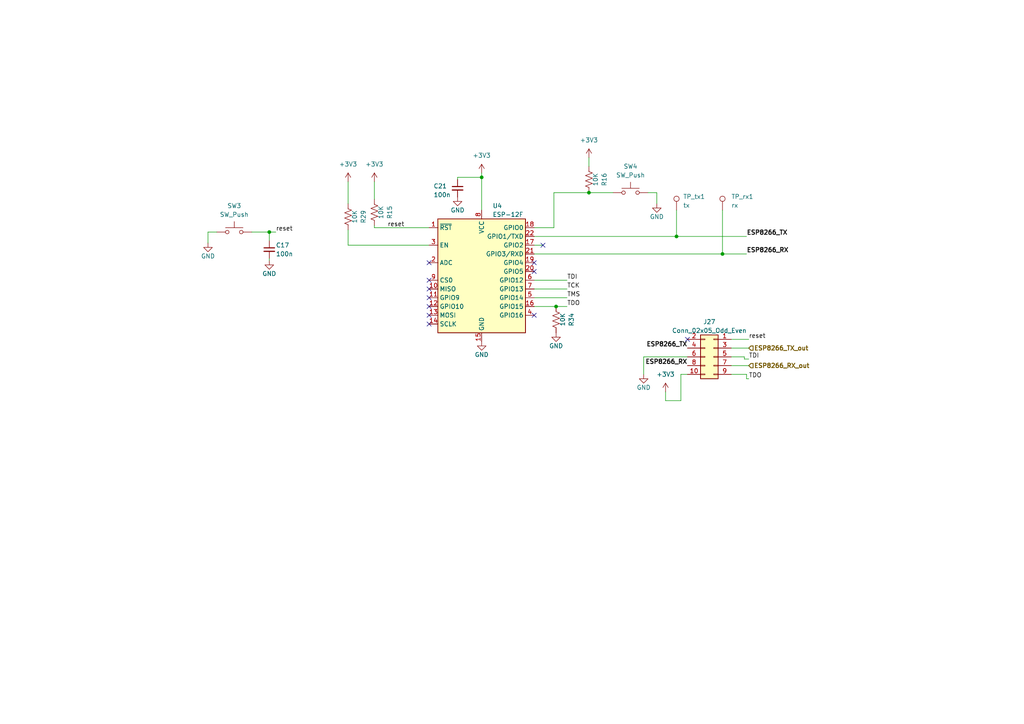
<source format=kicad_sch>
(kicad_sch (version 20230121) (generator eeschema)
  (paper "A4")
  (lib_symbols
    (symbol "Connector:TestPoint" (pin_numbers hide) (pin_names (offset 0.762) hide)
      (property "Reference" "TP" (at 0 6.858 0))
      (property "Value" "TestPoint" (at 0 5.08 0))
      (symbol "TestPoint_0_1"
        (circle (center 0 3.302) (radius 0.762))
      )
      (symbol "TestPoint_1_1"
        (pin passive line (at 0 0 90) (length 2.54) (name "1") (number "1"))
      )
    )
    (symbol "Connector_Generic:Conn_02x05_Odd_Even" (pin_names (offset 1.016) hide)
      (property "Reference" "J" (at 1.27 7.62 0))
      (property "Value" "Conn_02x05_Odd_Even" (at 1.27 -7.62 0))
      (symbol "Conn_02x05_Odd_Even_1_1"
        (rectangle (start -1.27 -4.953) (end 0 -5.207) (stroke (width 0.1524)))
        (rectangle (start -1.27 -2.413) (end 0 -2.667) (stroke (width 0.1524)))
        (rectangle (start -1.27 0.127) (end 0 -0.127) (stroke (width 0.1524)))
        (rectangle (start -1.27 2.667) (end 0 2.413) (stroke (width 0.1524)))
        (rectangle (start -1.27 5.207) (end 0 4.953) (stroke (width 0.1524)))
        (rectangle (start -1.27 6.35) (end 3.81 -6.35) (stroke (width 0.254)) (fill (type background)))
        (rectangle (start 3.81 -4.953) (end 2.54 -5.207) (stroke (width 0.1524)))
        (rectangle (start 3.81 -2.413) (end 2.54 -2.667) (stroke (width 0.1524)))
        (rectangle (start 3.81 0.127) (end 2.54 -0.127) (stroke (width 0.1524)))
        (rectangle (start 3.81 2.667) (end 2.54 2.413) (stroke (width 0.1524)))
        (rectangle (start 3.81 5.207) (end 2.54 4.953) (stroke (width 0.1524)))
        (pin passive line (at -5.08 5.08 0) (length 3.81) (name "Pin_1") (number "1"))
        (pin passive line (at 7.62 -5.08 180) (length 3.81) (name "Pin_10") (number "10"))
        (pin passive line (at 7.62 5.08 180) (length 3.81) (name "Pin_2") (number "2"))
        (pin passive line (at -5.08 2.54 0) (length 3.81) (name "Pin_3") (number "3"))
        (pin passive line (at 7.62 2.54 180) (length 3.81) (name "Pin_4") (number "4"))
        (pin passive line (at -5.08 0 0) (length 3.81) (name "Pin_5") (number "5"))
        (pin passive line (at 7.62 0 180) (length 3.81) (name "Pin_6") (number "6"))
        (pin passive line (at -5.08 -2.54 0) (length 3.81) (name "Pin_7") (number "7"))
        (pin passive line (at 7.62 -2.54 180) (length 3.81) (name "Pin_8") (number "8"))
        (pin passive line (at -5.08 -5.08 0) (length 3.81) (name "Pin_9") (number "9"))
      )
    )
    (symbol "Device:C_Small" (pin_numbers hide) (pin_names (offset 0.254) hide)
      (property "Reference" "C" (at 0.254 1.778 0))
      (property "Value" "C_Small" (at 0.254 -2.032 0))
      (symbol "C_Small_0_1"
        (polyline (pts (xy -1.524 -0.508) (xy 1.524 -0.508)) (stroke (width 0.3302)))
        (polyline (pts (xy -1.524 0.508) (xy 1.524 0.508)) (stroke (width 0.3048)))
      )
      (symbol "C_Small_1_1"
        (pin passive line (at 0 2.54 270) (length 2.032) (name "~") (number "1"))
        (pin passive line (at 0 -2.54 90) (length 2.032) (name "~") (number "2"))
      )
    )
    (symbol "Device:R_US" (pin_numbers hide) (pin_names (offset 0))
      (property "Reference" "R" (at 2.54 0 90))
      (property "Value" "R_US" (at -2.54 0 90))
      (symbol "R_US_0_1"
        (polyline (pts (xy 0 -2.286) (xy 0 -2.54)))
        (polyline (pts (xy 0 2.286) (xy 0 2.54)))
        (polyline (pts (xy 0 -0.762) (xy 1.016 -1.143) (xy 0 -1.524) (xy -1.016 -1.905) (xy 0 -2.286)))
        (polyline (pts (xy 0 0.762) (xy 1.016 0.381) (xy 0 0) (xy -1.016 -0.381) (xy 0 -0.762)))
        (polyline (pts (xy 0 2.286) (xy 1.016 1.905) (xy 0 1.524) (xy -1.016 1.143) (xy 0 0.762)))
      )
      (symbol "R_US_1_1"
        (pin passive line (at 0 3.81 270) (length 1.27) (name "~") (number "1"))
        (pin passive line (at 0 -3.81 90) (length 1.27) (name "~") (number "2"))
      )
    )
    (symbol "RF_Module:ESP-12F"
      (property "Reference" "U" (at -12.7 19.05 0))
      (property "Value" "ESP-12F" (at 12.7 19.05 0))
      (symbol "ESP-12F_0_1"
        (rectangle (start -12.7 17.78) (end 12.7 -15.24) (stroke (width 0.254)) (fill (type background)))
      )
      (symbol "ESP-12F_1_1"
        (pin input line (at -15.24 15.24 0) (length 2.54) (name "~{RST}") (number "1"))
        (pin bidirectional line (at -15.24 -2.54 0) (length 2.54) (name "MISO") (number "10"))
        (pin bidirectional line (at -15.24 -5.08 0) (length 2.54) (name "GPIO9") (number "11"))
        (pin bidirectional line (at -15.24 -7.62 0) (length 2.54) (name "GPIO10") (number "12"))
        (pin bidirectional line (at -15.24 -10.16 0) (length 2.54) (name "MOSI") (number "13"))
        (pin bidirectional line (at -15.24 -12.7 0) (length 2.54) (name "SCLK") (number "14"))
        (pin power_in line (at 0 -17.78 90) (length 2.54) (name "GND") (number "15"))
        (pin bidirectional line (at 15.24 -7.62 180) (length 2.54) (name "GPIO15") (number "16"))
        (pin bidirectional line (at 15.24 10.16 180) (length 2.54) (name "GPIO2") (number "17"))
        (pin bidirectional line (at 15.24 15.24 180) (length 2.54) (name "GPIO0") (number "18"))
        (pin bidirectional line (at 15.24 5.08 180) (length 2.54) (name "GPIO4") (number "19"))
        (pin input line (at -15.24 5.08 0) (length 2.54) (name "ADC") (number "2"))
        (pin bidirectional line (at 15.24 2.54 180) (length 2.54) (name "GPIO5") (number "20"))
        (pin bidirectional line (at 15.24 7.62 180) (length 2.54) (name "GPIO3/RXD") (number "21"))
        (pin bidirectional line (at 15.24 12.7 180) (length 2.54) (name "GPIO1/TXD") (number "22"))
        (pin input line (at -15.24 10.16 0) (length 2.54) (name "EN") (number "3"))
        (pin bidirectional line (at 15.24 -10.16 180) (length 2.54) (name "GPIO16") (number "4"))
        (pin bidirectional line (at 15.24 -5.08 180) (length 2.54) (name "GPIO14") (number "5"))
        (pin bidirectional line (at 15.24 0 180) (length 2.54) (name "GPIO12") (number "6"))
        (pin bidirectional line (at 15.24 -2.54 180) (length 2.54) (name "GPIO13") (number "7"))
        (pin power_in line (at 0 20.32 270) (length 2.54) (name "VCC") (number "8"))
        (pin input line (at -15.24 0 0) (length 2.54) (name "CS0") (number "9"))
      )
    )
    (symbol "Switch:SW_Push" (pin_numbers hide) (pin_names (offset 1.016) hide)
      (property "Reference" "SW" (at 1.27 2.54 0))
      (property "Value" "SW_Push" (at 0 -1.524 0))
      (symbol "SW_Push_0_1"
        (circle (center -2.032 0) (radius 0.508))
        (polyline (pts (xy 0 1.27) (xy 0 3.048)))
        (polyline (pts (xy 2.54 1.27) (xy -2.54 1.27)))
        (circle (center 2.032 0) (radius 0.508))
        (pin passive line (at -5.08 0 0) (length 2.54) (name "1") (number "1"))
        (pin passive line (at 5.08 0 180) (length 2.54) (name "2") (number "2"))
      )
    )
    (symbol "power:+3V3" (power) (pin_names (offset 0))
      (property "Value" "+3V3" (at 0 3.556 0))
      (symbol "+3V3_0_1"
        (polyline (pts (xy -0.762 1.27) (xy 0 2.54)))
        (polyline (pts (xy 0 0) (xy 0 2.54)))
        (polyline (pts (xy 0 2.54) (xy 0.762 1.27)))
      )
      (symbol "+3V3_1_1"
        (pin power_in line (at 0 0 90) (length 0) hide (name "+3V3") (number "1"))
      )
    )
    (symbol "power:GND" (power) (pin_names (offset 0))
      (property "Value" "GND" (at 0 -3.81 0))
      (symbol "GND_0_1"
        (polyline (pts (xy 0 0) (xy 0 -1.27) (xy 1.27 -1.27) (xy 0 -2.54) (xy -1.27 -1.27) (xy 0 -1.27)))
      )
      (symbol "GND_1_1"
        (pin power_in line (at 0 0 270) (length 0) hide (name "GND") (number "1"))
      )
    )
  )
  (junction (at 139.7 51.435))
  (junction (at 78.105 67.31))
  (junction (at 161.29 88.9))
  (junction (at 170.815 55.88))
  (junction (at 196.215 68.58))
  (junction (at 209.55 73.66))
  (no_connect (at 157.48 71.12))
  (no_connect (at 199.39 98.425))
  (no_connect (at 124.46 83.82))
  (no_connect (at 124.46 88.9))
  (no_connect (at 124.46 93.98))
  (no_connect (at 124.46 86.36))
  (no_connect (at 124.46 76.2))
  (no_connect (at 124.46 81.28))
  (no_connect (at 124.46 91.44))
  (no_connect (at 154.94 76.2))
  (no_connect (at 154.94 78.74))
  (no_connect (at 154.94 91.44))
  (wire (pts (xy 212.09 106.045) (xy 217.17 106.045)))
  (wire (pts (xy 193.04 116.205) (xy 197.485 116.205)))
  (wire (pts (xy 154.94 71.12) (xy 157.48 71.12)))
  (wire (pts (xy 154.94 68.58) (xy 196.215 68.58)))
  (wire (pts (xy 60.325 70.485) (xy 60.325 67.31)))
  (wire (pts (xy 132.715 52.07) (xy 132.715 51.435)))
  (wire (pts (xy 209.55 60.96) (xy 209.55 73.66)))
  (wire (pts (xy 216.535 109.855) (xy 216.535 108.585)))
  (wire (pts (xy 216.535 108.585) (xy 212.09 108.585)))
  (wire (pts (xy 154.94 81.28) (xy 164.465 81.28)))
  (wire (pts (xy 196.215 60.96) (xy 196.215 68.58)))
  (wire (pts (xy 108.585 65.405) (xy 108.585 66.04)))
  (wire (pts (xy 78.105 67.31) (xy 80.01 67.31)))
  (wire (pts (xy 215.9 103.505) (xy 212.09 103.505)))
  (wire (pts (xy 215.9 104.14) (xy 215.9 103.505)))
  (wire (pts (xy 190.5 59.055) (xy 190.5 55.88)))
  (wire (pts (xy 161.29 88.9) (xy 164.465 88.9)))
  (wire (pts (xy 132.715 51.435) (xy 139.7 51.435)))
  (wire (pts (xy 73.025 67.31) (xy 78.105 67.31)))
  (wire (pts (xy 193.04 113.665) (xy 193.04 116.205)))
  (wire (pts (xy 160.655 55.88) (xy 170.815 55.88)))
  (wire (pts (xy 78.105 69.85) (xy 78.105 67.31)))
  (wire (pts (xy 100.965 52.705) (xy 100.965 59.055)))
  (wire (pts (xy 215.9 104.14) (xy 217.17 104.14)))
  (wire (pts (xy 212.09 100.965) (xy 217.17 100.965)))
  (wire (pts (xy 209.55 73.66) (xy 216.535 73.66)))
  (wire (pts (xy 160.655 66.04) (xy 154.94 66.04)))
  (wire (pts (xy 154.94 86.36) (xy 164.465 86.36)))
  (wire (pts (xy 197.485 108.585) (xy 199.39 108.585)))
  (wire (pts (xy 100.965 66.675) (xy 100.965 71.12)))
  (wire (pts (xy 154.94 88.9) (xy 161.29 88.9)))
  (wire (pts (xy 60.325 67.31) (xy 62.865 67.31)))
  (wire (pts (xy 124.46 71.12) (xy 100.965 71.12)))
  (wire (pts (xy 186.69 103.505) (xy 199.39 103.505)))
  (wire (pts (xy 108.585 66.04) (xy 124.46 66.04)))
  (wire (pts (xy 139.7 50.165) (xy 139.7 51.435)))
  (wire (pts (xy 139.7 51.435) (xy 139.7 60.96)))
  (wire (pts (xy 170.815 45.72) (xy 170.815 48.26)))
  (wire (pts (xy 78.105 75.565) (xy 78.105 74.93)))
  (wire (pts (xy 216.535 109.855) (xy 217.17 109.855)))
  (wire (pts (xy 170.815 55.88) (xy 177.8 55.88)))
  (wire (pts (xy 212.09 98.425) (xy 217.17 98.425)))
  (wire (pts (xy 196.215 68.58) (xy 216.535 68.58)))
  (wire (pts (xy 190.5 55.88) (xy 187.96 55.88)))
  (wire (pts (xy 160.655 55.88) (xy 160.655 66.04)))
  (wire (pts (xy 154.94 83.82) (xy 164.465 83.82)))
  (wire (pts (xy 186.69 103.505) (xy 186.69 108.585)))
  (wire (pts (xy 154.94 73.66) (xy 209.55 73.66)))
  (wire (pts (xy 197.485 116.205) (xy 197.485 108.585)))
  (wire (pts (xy 108.585 52.705) (xy 108.585 57.785)))
  (label "ESP8266_TX" (at 216.535 68.58 0) (effects (font bold)))
  (label "TMS" (at 164.465 86.36 0))
  (label "reset" (at 80.01 67.31 0))
  (label "TDI" (at 164.465 81.28 0))
  (label "reset" (at 112.395 66.04 0))
  (label "TDI" (at 217.17 104.14 0))
  (label "TCK" (at 164.465 83.82 0))
  (label "reset" (at 217.17 98.425 0))
  (label "TDO" (at 217.17 109.855 0))
  (label "ESP8266_TX" (at 199.39 100.965 180) (effects (font bold)))
  (label "ESP8266_RX" (at 199.39 106.045 180) (effects (font bold)))
  (label "ESP8266_RX" (at 216.535 73.66 0) (effects (font bold)))
  (label "TDO" (at 164.465 88.9 0))
  (hierarchical_label "ESP8266_RX_out" (shape input) (at 217.17 106.045 0) (effects (font bold)))
  (hierarchical_label "ESP8266_TX_out" (shape input) (at 217.17 100.965 0) (effects (font bold)))
  (symbol (lib_id "power:+3V3") (at 108.585 52.705 0) (unit 1)
    (property "Reference" "#PWR040" (effects hide))
    (property "Value" "+3V3" (at 108.585 47.625 0))
  )
  (symbol (lib_id "power:+3V3") (at 100.965 52.705 0) (unit 1)
    (property "Reference" "#PWR039" (effects hide))
    (property "Value" "+3V3" (at 100.965 47.625 0))
  )
  (symbol (lib_id "Device:R_US") (at 108.585 61.595 0) (unit 1)
    (property "Reference" "R15" (at 113.03 61.595 90))
    (property "Value" "10K" (at 110.49 61.595 90))
    (property "Footprint" "Resistor_SMD:R_0402_1005Metric" (effects hide))
  )
  (symbol (lib_id "power:GND") (at 139.7 99.06 0) (unit 1)
    (property "Reference" "#PWR042" (effects hide))
    (property "Value" "GND" (at 139.7 102.87 0))
  )
  (symbol (lib_id "power:GND") (at 78.105 75.565 0) (unit 1)
    (property "Reference" "#PWR026" (effects hide))
    (property "Value" "GND" (at 78.105 79.375 0))
    (instances (project "RpiPico_Agriboard" (path "" (reference "#PWR026") (unit 1)) (path "" (reference "#PWR076") (unit 1))))
  )
  (symbol (lib_id "Device:R_US") (at 170.815 52.07 0) (unit 1)
    (property "Reference" "R16" (at 175.26 52.07 90))
    (property "Value" "10K" (at 172.72 52.07 90))
    (property "Footprint" "Resistor_SMD:R_0402_1005Metric" (effects hide))
  )
  (symbol (lib_id "Device:C_Small") (at 132.715 54.61 0) (unit 1)
    (property "Reference" "C21" (at 125.73 53.975 0) (effects (justify left)))
    (property "Value" "100n" (at 125.73 56.515 0) (effects (justify left)))
    (property "Footprint" "Capacitor_SMD:C_0402_1005Metric" (effects hide))
  )
  (symbol (lib_id "Connector:TestPoint") (at 196.215 60.96 0) (unit 1)
    (property "Reference" "TP_tx1" (at 198.12 57.023 0) (effects (justify left)))
    (property "Value" "tx" (at 198.12 59.563 0) (effects (justify left)))
    (property "Footprint" "brilliant-kicad-library:TestPoint_Pad_D0.9mm" (effects hide))
  )
  (symbol (lib_id "Connector:TestPoint") (at 209.55 60.96 0) (unit 1)
    (property "Reference" "TP_rx1" (at 212.09 57.023 0) (effects (justify left)))
    (property "Value" "rx" (at 212.09 59.563 0) (effects (justify left)))
    (property "Footprint" "brilliant-kicad-library:TestPoint_Pad_D0.9mm" (effects hide))
  )
  (symbol (lib_id "power:+3V3") (at 139.7 50.165 0) (unit 1)
    (property "Reference" "#PWR041" (effects hide))
    (property "Value" "+3V3" (at 139.7 45.085 0))
  )
  (symbol (lib_id "Switch:SW_Push") (at 182.88 55.88 0) (unit 1)
    (property "Reference" "SW4" (at 182.88 48.26 0))
    (property "Value" "SW_Push" (at 182.88 50.8 0))
    (property "Footprint" "greencharge-footprints:SKRPACE010" (effects hide))
  )
  (symbol (lib_id "power:GND") (at 161.29 96.52 0) (unit 1)
    (property "Reference" "#PWR077" (effects hide))
    (property "Value" "GND" (at 161.29 100.33 0))
  )
  (symbol (lib_id "RF_Module:ESP-12F") (at 139.7 81.28 0) (unit 1)
    (property "Reference" "U4" (at 142.875 59.69 0) (effects (justify left)))
    (property "Value" "ESP-12F" (at 142.875 62.23 0) (effects (justify left)))
    (property "Footprint" "RF_Module:ESP-12E" (effects hide))
    (property "Datasheet" "http://wiki.ai-thinker.com/_media/esp8266/esp8266_series_modules_user_manual_v1.1.pdf" (effects hide))
  )
  (symbol (lib_id "power:+3V3") (at 193.04 113.665 0) (unit 1)
    (property "Reference" "#PWR075" (effects hide))
    (property "Value" "+3V3" (at 193.04 108.585 0))
  )
  (symbol (lib_id "Device:R_US") (at 161.29 92.71 0) (unit 1)
    (property "Reference" "R34" (at 165.735 92.71 90))
    (property "Value" "10K" (at 163.195 92.71 90))
    (property "Footprint" "Resistor_SMD:R_0402_1005Metric" (effects hide))
  )
  (symbol (lib_id "power:GND") (at 60.325 70.485 0) (unit 1)
    (property "Reference" "#PWR038" (effects hide))
    (property "Value" "GND" (at 60.325 74.295 0))
  )
  (symbol (lib_id "Device:R_US") (at 100.965 62.865 0) (unit 1)
    (property "Reference" "R29" (at 105.41 62.865 90))
    (property "Value" "10K" (at 102.87 62.865 90))
    (property "Footprint" "Resistor_SMD:R_0402_1005Metric" (effects hide))
  )
  (symbol (lib_id "power:+3V3") (at 170.815 45.72 0) (unit 1)
    (property "Reference" "#PWR043" (effects hide))
    (property "Value" "+3V3" (at 170.815 40.64 0))
  )
  (symbol (lib_id "Device:C_Small") (at 78.105 72.39 0) (unit 1)
    (property "Reference" "C17" (at 80.01 71.12 0) (effects (justify left)))
    (property "Value" "100n" (at 80.01 73.66 0) (effects (justify left)))
    (property "Footprint" "Capacitor_SMD:C_0402_1005Metric" (effects hide))
    (instances (project "RpiPico_Agriboard" (path "" (reference "C17") (unit 1)) (path "" (reference "C36") (unit 1))))
  )
  (symbol (lib_id "Switch:SW_Push") (at 67.945 67.31 0) (mirror y) (unit 1)
    (property "Reference" "SW3" (at 67.945 59.69 0))
    (property "Value" "SW_Push" (at 67.945 62.23 0))
    (property "Footprint" "greencharge-footprints:SKRPACE010" (effects hide))
  )
  (symbol (lib_id "power:GND") (at 186.69 108.585 0) (unit 1)
    (property "Reference" "#PWR074" (effects hide))
    (property "Value" "GND" (at 186.69 112.395 0))
  )
  (symbol (lib_id "Connector_Generic:Conn_02x05_Odd_Even") (at 207.01 103.505 0) (mirror y) (unit 1)
    (property "Reference" "J27" (at 205.74 93.345 0))
    (property "Value" "Conn_02x05_Odd_Even" (at 205.74 95.885 0))
    (property "Footprint" "Connector_PinHeader_2.54mm:PinHeader_2x05_P2.54mm_Vertical" (effects hide))
  )
  (symbol (lib_id "power:GND") (at 132.715 57.15 0) (unit 1)
    (property "Reference" "#PWR045" (effects hide))
    (property "Value" "GND" (at 132.715 60.96 0))
  )
  (symbol (lib_id "power:GND") (at 190.5 59.055 0) (mirror y) (unit 1)
    (property "Reference" "#PWR044" (effects hide))
    (property "Value" "GND" (at 190.5 62.865 0))
  )
)
</source>
